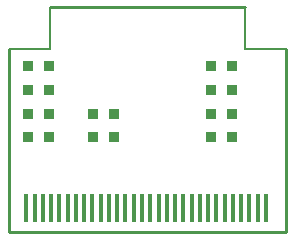
<source format=gtp>
G04 #@! TF.GenerationSoftware,KiCad,Pcbnew,(2018-02-15 revision 29b28de31)-makepkg*
G04 #@! TF.CreationDate,2018-04-28T16:50:53+09:30*
G04 #@! TF.ProjectId,short_oled_ssd1306,73686F72745F6F6C65645F7373643133,rev?*
G04 #@! TF.SameCoordinates,Original*
G04 #@! TF.FileFunction,Paste,Top*
G04 #@! TF.FilePolarity,Positive*
%FSLAX46Y46*%
G04 Gerber Fmt 4.6, Leading zero omitted, Abs format (unit mm)*
G04 Created by KiCad (PCBNEW (2018-02-15 revision 29b28de31)-makepkg) date 04/28/18 16:50:53*
%MOMM*%
%LPD*%
G01*
G04 APERTURE LIST*
%ADD10C,0.200000*%
%ADD11C,0.254000*%
%ADD12R,0.914400X0.914400*%
%ADD13R,0.298400X2.438400*%
G04 APERTURE END LIST*
D10*
X199500000Y-131000000D02*
X203000000Y-131000000D01*
X199500000Y-127500000D02*
X199500000Y-131000000D01*
X183000000Y-131000000D02*
X183000000Y-127500000D01*
X179500000Y-131000000D02*
X183000000Y-131000000D01*
D11*
X179500000Y-131000000D02*
X179500000Y-146500000D01*
X203000000Y-131000000D02*
X203000000Y-146500000D01*
X183000000Y-127500000D02*
X199500000Y-127500000D01*
X179500000Y-146500000D02*
X203000000Y-146500000D01*
D12*
X196611000Y-134500000D03*
X198389000Y-134500000D03*
X182889000Y-136500000D03*
X181111000Y-136500000D03*
X182889000Y-138500000D03*
X181111000Y-138500000D03*
X186611000Y-138500000D03*
X188389000Y-138500000D03*
X196611000Y-136500000D03*
X198389000Y-136500000D03*
X196611000Y-138500000D03*
X198389000Y-138500000D03*
D13*
X191500000Y-144516000D03*
X192200000Y-144516000D03*
X192900000Y-144516000D03*
X193600000Y-144516000D03*
X194300000Y-144516000D03*
X195000000Y-144516000D03*
X195700000Y-144516000D03*
X196400000Y-144516000D03*
X197100000Y-144516000D03*
X197800000Y-144516000D03*
X198500000Y-144516000D03*
X199200000Y-144516000D03*
X199900000Y-144516000D03*
X200600000Y-144516000D03*
X201300000Y-144516000D03*
X181000000Y-144516000D03*
X181700000Y-144516000D03*
X182400000Y-144516000D03*
X183100000Y-144516000D03*
X183800000Y-144516000D03*
X184500000Y-144516000D03*
X185200000Y-144516000D03*
X185900000Y-144516000D03*
X186600000Y-144516000D03*
X187300000Y-144516000D03*
X188000000Y-144516000D03*
X188700000Y-144516000D03*
X189400000Y-144516000D03*
X190100000Y-144516000D03*
X190800000Y-144516000D03*
D12*
X196611000Y-132500000D03*
X198389000Y-132500000D03*
X186611000Y-136500000D03*
X188389000Y-136500000D03*
X181111000Y-132500000D03*
X182889000Y-132500000D03*
X182889000Y-134500000D03*
X181111000Y-134500000D03*
M02*

</source>
